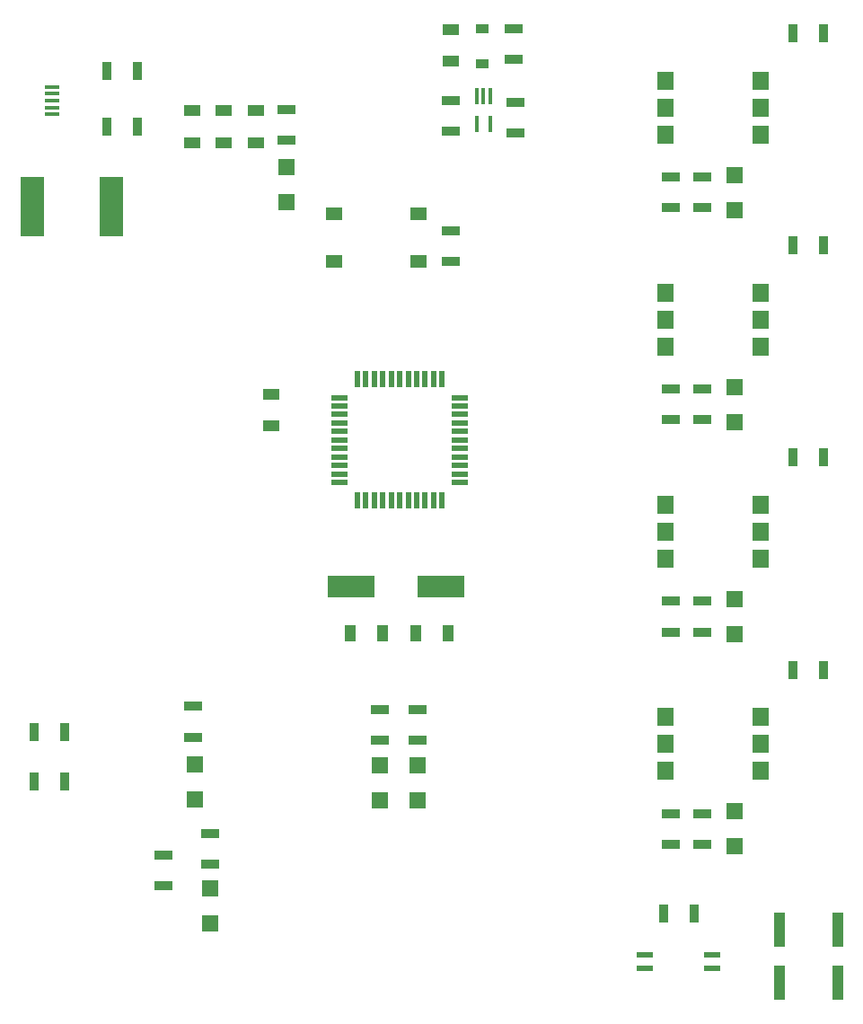
<source format=gtp>
G04 #@! TF.FileFunction,Paste,Top*
%FSLAX46Y46*%
G04 Gerber Fmt 4.6, Leading zero omitted, Abs format (unit mm)*
G04 Created by KiCad (PCBNEW 4.0.5) date 05/01/17 10:10:00*
%MOMM*%
%LPD*%
G01*
G04 APERTURE LIST*
%ADD10C,0.100000*%
%ADD11R,1.520000X0.610000*%
%ADD12R,1.000000X3.200000*%
%ADD13R,1.700000X0.900000*%
%ADD14R,1.350000X0.400000*%
%ADD15R,1.500000X0.550000*%
%ADD16R,0.550000X1.500000*%
%ADD17R,1.600000X1.000000*%
%ADD18R,1.500000X1.500000*%
%ADD19R,2.300000X5.600000*%
%ADD20R,0.900000X1.700000*%
%ADD21R,1.550000X1.300000*%
%ADD22R,1.000000X1.600000*%
%ADD23R,4.500000X2.000000*%
%ADD24R,1.200000X0.900000*%
%ADD25R,0.400000X1.500000*%
%ADD26R,1.525000X1.780000*%
G04 APERTURE END LIST*
D10*
D11*
X95925000Y-112135000D03*
X95925000Y-110865000D03*
X89575000Y-110865000D03*
X89575000Y-112135000D03*
D12*
X107750000Y-113500000D03*
X102250000Y-113500000D03*
X107750000Y-108500000D03*
X102250000Y-108500000D03*
D13*
X71260000Y-33250000D03*
X71260000Y-30350000D03*
D14*
X33710000Y-29050000D03*
X33710000Y-29700000D03*
X33710000Y-30350000D03*
X33710000Y-31000000D03*
X33710000Y-31650000D03*
D13*
X95000000Y-80450000D03*
X95000000Y-77550000D03*
D15*
X60760000Y-58350000D03*
X60760000Y-59150000D03*
X60760000Y-59950000D03*
X60760000Y-60750000D03*
X60760000Y-61550000D03*
X60760000Y-62350000D03*
X60760000Y-63150000D03*
X60760000Y-63950000D03*
X60760000Y-64750000D03*
X60760000Y-65550000D03*
X60760000Y-66350000D03*
D16*
X62460000Y-68050000D03*
X63260000Y-68050000D03*
X64060000Y-68050000D03*
X64860000Y-68050000D03*
X65660000Y-68050000D03*
X66460000Y-68050000D03*
X67260000Y-68050000D03*
X68060000Y-68050000D03*
X68860000Y-68050000D03*
X69660000Y-68050000D03*
X70460000Y-68050000D03*
D15*
X72160000Y-66350000D03*
X72160000Y-65550000D03*
X72160000Y-64750000D03*
X72160000Y-63950000D03*
X72160000Y-63150000D03*
X72160000Y-62350000D03*
X72160000Y-61550000D03*
X72160000Y-60750000D03*
X72160000Y-59950000D03*
X72160000Y-59150000D03*
X72160000Y-58350000D03*
D16*
X70460000Y-56650000D03*
X69660000Y-56650000D03*
X68860000Y-56650000D03*
X68060000Y-56650000D03*
X67260000Y-56650000D03*
X66460000Y-56650000D03*
X65660000Y-56650000D03*
X64860000Y-56650000D03*
X64060000Y-56650000D03*
X63260000Y-56650000D03*
X62460000Y-56650000D03*
D17*
X46860000Y-31300000D03*
X46860000Y-34300000D03*
X49860000Y-31300000D03*
X49860000Y-34300000D03*
X71260000Y-26650000D03*
X71260000Y-23650000D03*
X54360000Y-61050000D03*
X54360000Y-58050000D03*
D18*
X55760000Y-36600000D03*
X55760000Y-39900000D03*
X64610000Y-93050000D03*
X64610000Y-96350000D03*
X68110000Y-93050000D03*
X68110000Y-96350000D03*
X48610000Y-104650000D03*
X48610000Y-107950000D03*
X98000000Y-37350000D03*
X98000000Y-40650000D03*
X98000000Y-57350000D03*
X98000000Y-60650000D03*
D19*
X39260000Y-40350000D03*
X31860000Y-40350000D03*
D13*
X92000000Y-40450000D03*
X92000000Y-37550000D03*
X95000000Y-40450000D03*
X95000000Y-37550000D03*
D20*
X106450000Y-24000000D03*
X103550000Y-24000000D03*
X94210000Y-106950000D03*
X91310000Y-106950000D03*
X41760000Y-32850000D03*
X38860000Y-32850000D03*
D13*
X55760000Y-31200000D03*
X55760000Y-34100000D03*
D20*
X41760000Y-27600000D03*
X38860000Y-27600000D03*
D13*
X92000000Y-60450000D03*
X92000000Y-57550000D03*
X95000000Y-60450000D03*
X95000000Y-57550000D03*
X71260000Y-42600000D03*
X71260000Y-45500000D03*
D20*
X106450000Y-44000000D03*
X103550000Y-44000000D03*
D13*
X77210000Y-26500000D03*
X77210000Y-23600000D03*
X77410000Y-33400000D03*
X77410000Y-30500000D03*
X92000000Y-80450000D03*
X92000000Y-77550000D03*
D20*
X106450000Y-64000000D03*
X103550000Y-64000000D03*
D13*
X64610000Y-87750000D03*
X64610000Y-90650000D03*
X68110000Y-87750000D03*
X68110000Y-90650000D03*
X44210000Y-104350000D03*
X44210000Y-101450000D03*
D20*
X106450000Y-84000000D03*
X103550000Y-84000000D03*
X31960000Y-94500000D03*
X34860000Y-94500000D03*
X31960000Y-89900000D03*
X34860000Y-89900000D03*
D13*
X48610000Y-99450000D03*
X48610000Y-102350000D03*
D21*
X60285000Y-41000000D03*
X68235000Y-41000000D03*
X60285000Y-45500000D03*
X68235000Y-45500000D03*
D18*
X98000000Y-77350000D03*
X98000000Y-80650000D03*
X98000000Y-97350000D03*
X98000000Y-100650000D03*
D13*
X92000000Y-100450000D03*
X92000000Y-97550000D03*
X95000000Y-100450000D03*
X95000000Y-97550000D03*
D22*
X71010000Y-80600000D03*
X68010000Y-80600000D03*
X61810000Y-80600000D03*
X64810000Y-80600000D03*
D23*
X70360000Y-76200000D03*
X61860000Y-76200000D03*
D18*
X47110000Y-92950000D03*
X47110000Y-96250000D03*
D13*
X47010000Y-87450000D03*
X47010000Y-90350000D03*
D24*
X74260000Y-26900000D03*
X74260000Y-23600000D03*
D17*
X52860000Y-31300000D03*
X52860000Y-34300000D03*
D25*
X75010000Y-29920000D03*
X74360000Y-29920000D03*
X73710000Y-29920000D03*
X73710000Y-32580000D03*
X75010000Y-32580000D03*
D26*
X91500000Y-28460000D03*
X100500000Y-33540000D03*
X91500000Y-31000000D03*
X100500000Y-31000000D03*
X91500000Y-33540000D03*
X100500000Y-28460000D03*
X91500000Y-48460000D03*
X100500000Y-53540000D03*
X91500000Y-51000000D03*
X100500000Y-51000000D03*
X91500000Y-53540000D03*
X100500000Y-48460000D03*
X91500000Y-68460000D03*
X100500000Y-73540000D03*
X91500000Y-71000000D03*
X100500000Y-71000000D03*
X91500000Y-73540000D03*
X100500000Y-68460000D03*
X91500000Y-88460000D03*
X100500000Y-93540000D03*
X91500000Y-91000000D03*
X100500000Y-91000000D03*
X91500000Y-93540000D03*
X100500000Y-88460000D03*
M02*

</source>
